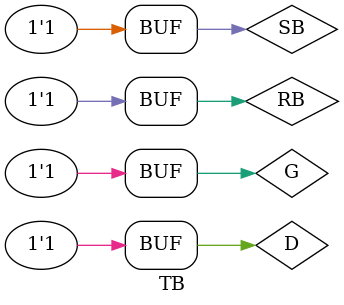
<source format=v>
`timescale 1ns/1ps
`define VCDDUMP

module TB();

reg SB;
reg RB;
reg G;
reg D;

initial begin
    SB = 1; RB = 1; G = 0; D = 0;
#10 SB = 0;
#10 SB = 1;
#10 D = 1;
#10 D = 0;
#10 D = 1;
#4  G = 1;
#10 D = 0;
#10 D = 1;
#4  G = 1;
#10 D = 0;
#10 D = 1;
end

D_Latch UD_Latch(
/*AUTOINST*/
		 // Outputs
		 .Q			(Q),
		 .QB			(QB),
		 // Inputs
		 .SB			(SB),
		 .RB			(RB),
		 .G			(G),
		 .D			(D));

`ifdef VCDDUMP
initial begin
    $dumpfile("Test.vcd");  //
    $dumpvars(0,TB);       
end
`endif

endmodule

</source>
